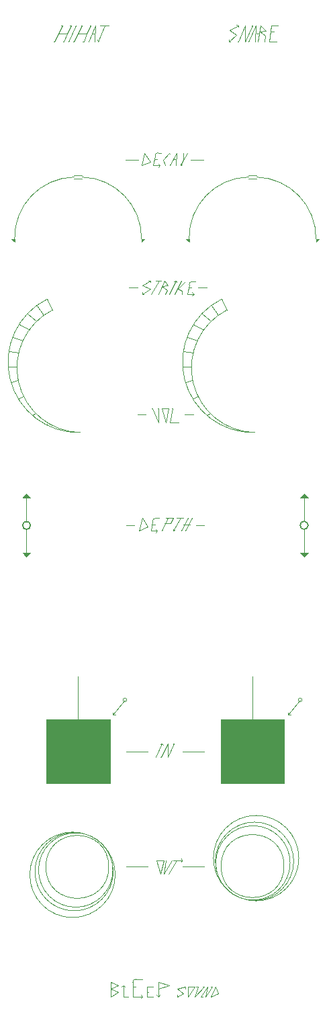
<source format=gto>
G04 #@! TF.GenerationSoftware,KiCad,Pcbnew,(6.0.1)*
G04 #@! TF.CreationDate,2022-02-07T18:00:08+01:00*
G04 #@! TF.ProjectId,Snare+Hihat,536e6172-652b-4486-9968-61742e6b6963,rev?*
G04 #@! TF.SameCoordinates,Original*
G04 #@! TF.FileFunction,Legend,Top*
G04 #@! TF.FilePolarity,Positive*
%FSLAX46Y46*%
G04 Gerber Fmt 4.6, Leading zero omitted, Abs format (unit mm)*
G04 Created by KiCad (PCBNEW (6.0.1)) date 2022-02-07 18:00:08*
%MOMM*%
%LPD*%
G01*
G04 APERTURE LIST*
%ADD10C,0.120000*%
%ADD11C,0.100000*%
%ADD12C,0.150000*%
%ADD13O,6.700000X4.200000*%
G04 APERTURE END LIST*
D10*
X132200000Y-148000000D02*
X132200000Y-149400000D01*
X133400000Y-149400000D02*
X134600000Y-149400000D01*
X130600000Y-149400000D02*
X131600000Y-148800000D01*
X131600000Y-148800000D02*
X130600000Y-148400000D01*
X132200000Y-149400000D02*
X132800000Y-149400000D01*
X133800000Y-147200000D02*
X134600000Y-147200000D01*
X135200000Y-149400000D02*
X136000000Y-149400000D01*
X136600000Y-147600000D02*
X138000000Y-148000000D01*
X133400000Y-147600000D02*
X133400000Y-149400000D01*
X133400000Y-148200000D02*
X133800000Y-148200000D01*
X135200000Y-148200000D02*
X135200000Y-149400000D01*
X136400000Y-149200000D02*
X136600000Y-149400000D01*
X135200000Y-148200000D02*
X136000000Y-148200000D01*
X136600000Y-149400000D02*
X136600000Y-149200000D01*
X136600000Y-147600000D02*
X136600000Y-149400000D01*
X138000000Y-148000000D02*
X136600000Y-148400000D01*
X135200000Y-148800000D02*
X135400000Y-148800000D01*
X130600000Y-148400000D02*
X131600000Y-148000000D01*
X136600000Y-149400000D02*
X136800000Y-149200000D01*
X130600000Y-147600000D02*
X130600000Y-149400000D01*
X131600000Y-148000000D02*
X130600000Y-147600000D01*
X143400000Y-148200000D02*
X143200000Y-148200000D01*
X139000000Y-149400000D02*
X139000000Y-149200000D01*
X140400000Y-148200000D02*
X140400000Y-149400000D01*
X141600000Y-148200000D02*
X141200000Y-149400000D01*
X141200000Y-149400000D02*
X142400000Y-148200000D01*
X143800000Y-148200000D02*
X143200000Y-149400000D01*
X143800000Y-148200000D02*
X144200000Y-149000000D01*
X140000000Y-148200000D02*
X140000000Y-148400000D01*
X132200000Y-148000000D02*
X132000000Y-148200000D01*
X132200000Y-148000000D02*
X132400000Y-148200000D01*
X142800000Y-148200000D02*
X142600000Y-149400000D01*
X133800000Y-147200000D02*
G75*
G03*
X133400000Y-147600000I-1J-399999D01*
G01*
X139800000Y-149000000D02*
X139000000Y-149400000D01*
X134600000Y-149400000D02*
X134400000Y-149200000D01*
X134600000Y-149400000D02*
X134400000Y-149600000D01*
X139000000Y-148400000D02*
X139800000Y-149000000D01*
X141200000Y-148200000D02*
X140400000Y-148200000D01*
X142600000Y-149400000D02*
X143400000Y-148200000D01*
X142800000Y-148200000D02*
X142000000Y-149400000D01*
X141600000Y-148200000D02*
X141400000Y-148200000D01*
X142000000Y-149400000D02*
X142200000Y-149400000D01*
X142400000Y-148200000D02*
X142200000Y-148200000D01*
X140400000Y-149400000D02*
X141200000Y-148200000D01*
X143200000Y-149400000D02*
X144200000Y-149000000D01*
X140000000Y-148200000D02*
X139000000Y-148400000D01*
X148500000Y-115250000D02*
X148500000Y-109000000D01*
X126500000Y-115250000D02*
X126500000Y-109000000D01*
X125100000Y-28000000D02*
X124700000Y-29000000D01*
X124700000Y-29000000D02*
X124600000Y-29000000D01*
X128700000Y-27000000D02*
X128600000Y-29000000D01*
X129900000Y-27000000D02*
X129000000Y-29000000D01*
X127000000Y-27000000D02*
X126000000Y-29000000D01*
X126500000Y-28000000D02*
X127600000Y-28000000D01*
X126000000Y-29000000D02*
X125900000Y-29000000D01*
X129900000Y-27000000D02*
X130400000Y-27000000D01*
X124500000Y-27000000D02*
X123500000Y-29000000D01*
X125600000Y-27000000D02*
X125500000Y-27000000D01*
X127600000Y-28000000D02*
X127200000Y-29000000D01*
X124000000Y-28000000D02*
X125100000Y-28000000D01*
X124500000Y-27000000D02*
X124400000Y-27000000D01*
X128100000Y-27000000D02*
X128000000Y-27000000D01*
X127200000Y-29000000D02*
X127100000Y-29000000D01*
X127000000Y-27000000D02*
X126900000Y-27000000D01*
X123500000Y-29000000D02*
X123400000Y-29000000D01*
X125100000Y-28000000D02*
X125600000Y-27000000D01*
X127600000Y-28000000D02*
X128100000Y-27000000D01*
X128700000Y-27000000D02*
X127800000Y-29000000D01*
X126200000Y-27000000D02*
X125300000Y-29000000D01*
X128600000Y-28000000D02*
X128300000Y-28000000D01*
X129900000Y-27000000D02*
X129300000Y-27000000D01*
X129000000Y-29000000D02*
X129200000Y-28900000D01*
X129000000Y-29000000D02*
X128900000Y-28800000D01*
X149300000Y-28000000D02*
X149000000Y-28000000D01*
X145500000Y-29000000D02*
X145700000Y-29000000D01*
X148900000Y-27000000D02*
X148800000Y-29000000D01*
X146500000Y-28200000D02*
X145500000Y-29000000D01*
X146700000Y-27000000D02*
X145600000Y-27600000D01*
X148500000Y-27000000D02*
X147600000Y-29000000D01*
X147600000Y-27000000D02*
X147600000Y-29000000D01*
X149500000Y-27000000D02*
X149200000Y-29000000D01*
X148900000Y-27000000D02*
X148000000Y-29000000D01*
X150600000Y-29000000D02*
X150900000Y-27000000D01*
X149400000Y-27800000D02*
X150100000Y-28300000D01*
X150600000Y-29000000D02*
X151500000Y-29000000D01*
X145500000Y-29000000D02*
X145500000Y-28800000D01*
X145600000Y-27600000D02*
X146500000Y-28200000D01*
X146700000Y-27000000D02*
X146700000Y-27200000D01*
X148500000Y-27000000D02*
X148400000Y-27000000D01*
X146700000Y-27000000D02*
X146500000Y-26900000D01*
X150900000Y-27000000D02*
X151700000Y-27000000D01*
X149500000Y-27000000D02*
X150200000Y-27700000D01*
X150100000Y-28300000D02*
X150000000Y-29000000D01*
X150800000Y-27800000D02*
X151200000Y-27800000D01*
X150200000Y-27700000D02*
X149400000Y-27800000D01*
X147600000Y-27000000D02*
X146700000Y-29000000D01*
X146700000Y-29000000D02*
X146600000Y-29000000D01*
D11*
X152500000Y-122500000D02*
X144500000Y-122500000D01*
X144500000Y-122500000D02*
X144500000Y-114500000D01*
X144500000Y-114500000D02*
X152500000Y-114500000D01*
X152500000Y-114500000D02*
X152500000Y-122500000D01*
G36*
X152500000Y-122500000D02*
G01*
X144500000Y-122500000D01*
X144500000Y-114500000D01*
X152500000Y-114500000D01*
X152500000Y-122500000D01*
G37*
X152500000Y-122500000D02*
X144500000Y-122500000D01*
X144500000Y-114500000D01*
X152500000Y-114500000D01*
X152500000Y-122500000D01*
D10*
X138500000Y-132200000D02*
X139200000Y-132200000D01*
X136900000Y-133900000D02*
X136400000Y-132200000D01*
X136400000Y-132200000D02*
X137300000Y-132200000D01*
X137600000Y-132200000D02*
X137300000Y-133900000D01*
X137300000Y-133900000D02*
X138300000Y-132200000D01*
X137300000Y-132200000D02*
X136900000Y-133900000D01*
X138900000Y-132200000D02*
X137900000Y-133900000D01*
X130886150Y-133450000D02*
G75*
G03*
X130886150Y-133450000I-4686150J0D01*
G01*
X130369887Y-133050000D02*
G75*
G03*
X130369887Y-133050000I-3969887J0D01*
G01*
X131185165Y-134050000D02*
G75*
G03*
X131185165Y-134050000I-5385165J0D01*
G01*
X130939636Y-133650000D02*
G75*
G03*
X130939636Y-133650000I-4939636J0D01*
G01*
X154335165Y-131950000D02*
G75*
G03*
X154335165Y-131950000I-5385165J0D01*
G01*
X153689636Y-132350000D02*
G75*
G03*
X153689636Y-132350000I-4939636J0D01*
G01*
X153236150Y-132550000D02*
G75*
G03*
X153236150Y-132550000I-4686150J0D01*
G01*
X152469887Y-132950000D02*
G75*
G03*
X152469887Y-132950000I-3969887J0D01*
G01*
X154750000Y-112000000D02*
G75*
G03*
X154750000Y-112000000I-250000J0D01*
G01*
X154500000Y-112000000D02*
X153000000Y-113900000D01*
X153000000Y-113900000D02*
X153300000Y-113900000D01*
X153000000Y-113900000D02*
X153000000Y-113600000D01*
X137100000Y-117500000D02*
X136900000Y-117600000D01*
X137000000Y-119200000D02*
X137800000Y-117500000D01*
X137000000Y-119200000D02*
X136900000Y-119200000D01*
X137800000Y-117500000D02*
X137800000Y-119200000D01*
X137100000Y-117500000D02*
X137200000Y-117700000D01*
X137800000Y-119200000D02*
X138600000Y-117500000D01*
X136300000Y-119200000D02*
X137100000Y-117500000D01*
X138600000Y-117500000D02*
X138500000Y-117500000D01*
X126000000Y-46100000D02*
G75*
G03*
X118500000Y-53900000I150000J-7650000D01*
G01*
X126000000Y-45900000D02*
X127000000Y-45900000D01*
X126000000Y-46300000D02*
X127000000Y-46300000D01*
X135300000Y-118500000D02*
X132600000Y-118500000D01*
X155000000Y-90500000D02*
X155000000Y-93500000D01*
D11*
X120000000Y-94000000D02*
X119500000Y-93500000D01*
X119500000Y-93500000D02*
X120500000Y-93500000D01*
X120500000Y-93500000D02*
X120000000Y-94000000D01*
G36*
X120000000Y-94000000D02*
G01*
X119500000Y-93500000D01*
X120500000Y-93500000D01*
X120000000Y-94000000D01*
G37*
X120000000Y-94000000D02*
X119500000Y-93500000D01*
X120500000Y-93500000D01*
X120000000Y-94000000D01*
D12*
X120500000Y-90000000D02*
G75*
G03*
X120500000Y-90000000I-500000J0D01*
G01*
D10*
X120000000Y-90500000D02*
X120000000Y-93500000D01*
X120000000Y-89500000D02*
X120000000Y-86500000D01*
D11*
X120500000Y-86500000D02*
X119500000Y-86500000D01*
X119500000Y-86500000D02*
X120000000Y-86000000D01*
X120000000Y-86000000D02*
X120500000Y-86500000D01*
G36*
X120500000Y-86500000D02*
G01*
X119500000Y-86500000D01*
X120000000Y-86000000D01*
X120500000Y-86500000D01*
G37*
X120500000Y-86500000D02*
X119500000Y-86500000D01*
X120000000Y-86000000D01*
X120500000Y-86500000D01*
D10*
X140400000Y-89100000D02*
X139500000Y-90700000D01*
X140900000Y-89100000D02*
X140000000Y-90700000D01*
X134600000Y-89100000D02*
X134200000Y-90700000D01*
X138500000Y-90700000D02*
X138700000Y-90600000D01*
X135700000Y-90700000D02*
X136400000Y-90700000D01*
X135900000Y-89900000D02*
X136200000Y-89900000D01*
X139800000Y-89900000D02*
X140600000Y-89900000D01*
X135300000Y-90200000D02*
X134600000Y-89100000D01*
X138500000Y-89100000D02*
X138200000Y-89700000D01*
X138500000Y-90700000D02*
X138500000Y-90500000D01*
X139400000Y-89100000D02*
X138500000Y-90700000D01*
X138200000Y-89700000D02*
X137400000Y-89700000D01*
X135900000Y-89500000D02*
X135700000Y-90700000D01*
X136300000Y-89100000D02*
G75*
G03*
X135900000Y-89500000I-1J-399999D01*
G01*
X136300000Y-89100000D02*
X136700000Y-89100000D01*
X136500000Y-90700000D02*
X136300000Y-90500000D01*
X136500000Y-90700000D02*
X136300000Y-90900000D01*
X138900000Y-89100000D02*
X139800000Y-89100000D01*
X137800000Y-89100000D02*
X137100000Y-90700000D01*
X134200000Y-90700000D02*
X135300000Y-90200000D01*
X137600000Y-89100000D02*
X138500000Y-89100000D01*
X133600000Y-90000000D02*
X132600000Y-90000000D01*
X141400000Y-90000000D02*
X142400000Y-90000000D01*
X135600000Y-59150000D02*
X134600000Y-59750000D01*
X119554967Y-66686834D02*
X118300000Y-66300000D01*
X139600000Y-132200000D02*
X139500000Y-132400000D01*
X140800000Y-70000000D02*
X139700000Y-70000000D01*
X138700000Y-60850000D02*
X139500000Y-59150000D01*
D11*
X155500000Y-86500000D02*
X154500000Y-86500000D01*
X154500000Y-86500000D02*
X155000000Y-86000000D01*
X155000000Y-86000000D02*
X155500000Y-86500000D01*
G36*
X155500000Y-86500000D02*
G01*
X154500000Y-86500000D01*
X155000000Y-86000000D01*
X155500000Y-86500000D01*
G37*
X155500000Y-86500000D02*
X154500000Y-86500000D01*
X155000000Y-86000000D01*
X155500000Y-86500000D01*
D10*
X138000000Y-43050000D02*
X137200000Y-43950000D01*
X135600000Y-60150000D02*
X134600000Y-60850000D01*
X136650000Y-75300000D02*
X136550000Y-75300000D01*
X118800000Y-70000000D02*
X117700000Y-70000000D01*
X136600000Y-43050000D02*
X137000000Y-43050000D01*
X138900000Y-43050000D02*
X138100000Y-44650000D01*
X122604967Y-61486834D02*
G75*
G03*
X126800000Y-78300000I3929148J-7949575D01*
G01*
D11*
X130500000Y-122500000D02*
X122500000Y-122500000D01*
X122500000Y-122500000D02*
X122500000Y-114500000D01*
X122500000Y-114500000D02*
X130500000Y-114500000D01*
X130500000Y-114500000D02*
X130500000Y-122500000D01*
G36*
X130500000Y-122500000D02*
G01*
X122500000Y-122500000D01*
X122500000Y-114500000D01*
X130500000Y-114500000D01*
X130500000Y-122500000D01*
G37*
X130500000Y-122500000D02*
X122500000Y-122500000D01*
X122500000Y-114500000D01*
X130500000Y-114500000D01*
X130500000Y-122500000D01*
D10*
X140900000Y-59250000D02*
X141300000Y-59250000D01*
X138000000Y-60850000D02*
X138800000Y-59150000D01*
X140900000Y-59250000D02*
G75*
G03*
X140500000Y-59650000I-1J-399999D01*
G01*
X142350000Y-65350000D02*
X141074967Y-64666834D01*
X139600000Y-60450000D02*
X139600000Y-60850000D01*
X138050000Y-77000000D02*
X139150000Y-77000000D01*
X137050000Y-75300000D02*
X137950000Y-75300000D01*
X148000000Y-46300000D02*
X149000000Y-46300000D01*
X141600000Y-73700000D02*
X141000000Y-74000000D01*
X130900000Y-113900000D02*
X130900000Y-113600000D01*
X136200000Y-43850000D02*
X136500000Y-43850000D01*
X140100000Y-53900000D02*
X140500000Y-53900000D01*
X140500000Y-53900000D02*
X140500000Y-54300000D01*
X140500000Y-54300000D02*
X140100000Y-53900000D01*
G36*
X140500000Y-54300000D02*
G01*
X140100000Y-53900000D01*
X140500000Y-53900000D01*
X140500000Y-54300000D01*
G37*
X140500000Y-54300000D02*
X140100000Y-53900000D01*
X140500000Y-53900000D01*
X140500000Y-54300000D01*
X135600000Y-44150000D02*
X134900000Y-43050000D01*
X134600000Y-59750000D02*
X135600000Y-60150000D01*
X134600000Y-60850000D02*
X134600000Y-60650000D01*
X137400000Y-59150000D02*
X137800000Y-59750000D01*
X148000000Y-45900000D02*
X149000000Y-45900000D01*
X139800000Y-43950000D02*
X139400000Y-44650000D01*
X139700000Y-118500000D02*
X142400000Y-118500000D01*
X138800000Y-43850000D02*
X138500000Y-43850000D01*
X134900000Y-43050000D02*
X134500000Y-44650000D01*
X123270000Y-62860000D02*
G75*
G03*
X126800000Y-78300000I3680852J-7281985D01*
G01*
D11*
X155000000Y-94000000D02*
X154500000Y-93500000D01*
X154500000Y-93500000D02*
X155500000Y-93500000D01*
X155500000Y-93500000D02*
X155000000Y-94000000D01*
G36*
X155000000Y-94000000D02*
G01*
X154500000Y-93500000D01*
X155500000Y-93500000D01*
X155000000Y-94000000D01*
G37*
X155000000Y-94000000D02*
X154500000Y-93500000D01*
X155500000Y-93500000D01*
X155000000Y-94000000D01*
D10*
X134100000Y-43950000D02*
X132500000Y-43950000D01*
X118900000Y-71700000D02*
X118100000Y-72000000D01*
X156500000Y-54300000D02*
X156500000Y-53900000D01*
X156500000Y-53900000D02*
X156900000Y-53900000D01*
X156900000Y-53900000D02*
X156500000Y-54300000D01*
G36*
X156500000Y-54300000D02*
G01*
X156500000Y-53900000D01*
X156900000Y-53900000D01*
X156500000Y-54300000D01*
G37*
X156500000Y-54300000D02*
X156500000Y-53900000D01*
X156900000Y-53900000D01*
X156500000Y-54300000D01*
X123270000Y-62860000D02*
X122604967Y-61486834D01*
X136800000Y-44650000D02*
X136600000Y-44850000D01*
D12*
X155500000Y-90000000D02*
G75*
G03*
X155500000Y-90000000I-500000J0D01*
G01*
D10*
X139800000Y-43950000D02*
X139800000Y-43050000D01*
X134500000Y-54300000D02*
X134500000Y-53900000D01*
X134500000Y-53900000D02*
X134900000Y-53900000D01*
X134900000Y-53900000D02*
X134500000Y-54300000D01*
G36*
X134500000Y-54300000D02*
G01*
X134500000Y-53900000D01*
X134900000Y-53900000D01*
X134500000Y-54300000D01*
G37*
X134500000Y-54300000D02*
X134500000Y-53900000D01*
X134900000Y-53900000D01*
X134500000Y-54300000D01*
X140500000Y-60050000D02*
X140800000Y-60050000D01*
X139600000Y-132200000D02*
X139500000Y-132000000D01*
X138450000Y-75300000D02*
X138050000Y-77000000D01*
X144604967Y-61486834D02*
G75*
G03*
X148800000Y-78300000I3929148J-7949575D01*
G01*
X137200000Y-43950000D02*
X137500000Y-44650000D01*
X136200000Y-43450000D02*
X136000000Y-44650000D01*
X145270000Y-62860000D02*
X144604967Y-61486834D01*
X145270000Y-62860000D02*
G75*
G03*
X148800000Y-78300000I3680852J-7281985D01*
G01*
X137500000Y-44650000D02*
X137600000Y-44550000D01*
X156500000Y-53900000D02*
G75*
G03*
X149000000Y-46100000I-7702650J99375D01*
G01*
X136700000Y-59150000D02*
X135700000Y-60850000D01*
X140900000Y-71700000D02*
X140100000Y-72000000D01*
X138900000Y-43050000D02*
X138800000Y-44650000D01*
X132400000Y-112000000D02*
X130900000Y-113900000D01*
X135850000Y-75300000D02*
X136650000Y-77000000D01*
X135300000Y-133000000D02*
X132600000Y-133000000D01*
X139800000Y-43950000D02*
X140300000Y-43050000D01*
X139400000Y-44650000D02*
X139600000Y-44550000D01*
X138800000Y-59150000D02*
X138600000Y-59250000D01*
X136650000Y-77000000D02*
X136650000Y-75300000D01*
X137800000Y-59750000D02*
X137100000Y-59850000D01*
X137550000Y-77000000D02*
X137050000Y-75300000D01*
X118100000Y-53900000D02*
X118500000Y-53900000D01*
X118500000Y-53900000D02*
X118500000Y-54300000D01*
X118500000Y-54300000D02*
X118100000Y-53900000D01*
G36*
X118500000Y-54300000D02*
G01*
X118100000Y-53900000D01*
X118500000Y-53900000D01*
X118500000Y-54300000D01*
G37*
X118500000Y-54300000D02*
X118100000Y-53900000D01*
X118500000Y-53900000D01*
X118500000Y-54300000D01*
X120350000Y-65350000D02*
X119074967Y-64666834D01*
X140700000Y-43950000D02*
X142300000Y-43950000D01*
X138800000Y-59150000D02*
X138900000Y-59350000D01*
X138450000Y-75300000D02*
X138350000Y-75300000D01*
X139100000Y-60150000D02*
X139600000Y-60450000D01*
X137400000Y-59150000D02*
X136600000Y-60850000D01*
X138000000Y-43050000D02*
X138100000Y-43150000D01*
X122194967Y-63516834D02*
X121300000Y-62300000D01*
X136000000Y-44650000D02*
X136700000Y-44650000D01*
X141000000Y-68200000D02*
X139800000Y-68100000D01*
X134000000Y-60050000D02*
X132900000Y-60050000D01*
X136800000Y-44650000D02*
X136600000Y-44450000D01*
X148000000Y-46100000D02*
G75*
G03*
X140500000Y-53900000I150000J-7650000D01*
G01*
X139700000Y-133000000D02*
X142400000Y-133000000D01*
X119000000Y-68200000D02*
X117800000Y-68100000D01*
X134500000Y-44650000D02*
X135600000Y-44150000D01*
X139200000Y-132200000D02*
X139600000Y-132200000D01*
X144194967Y-63516834D02*
X143300000Y-62300000D01*
X140500000Y-59650000D02*
X140300000Y-60850000D01*
X134600000Y-60850000D02*
X134800000Y-60850000D01*
X139400000Y-44650000D02*
X139400000Y-44450000D01*
X141100000Y-60850000D02*
X140900000Y-60650000D01*
X137700000Y-60350000D02*
X137500000Y-60850000D01*
X121264967Y-64276834D02*
X120134967Y-63336834D01*
X140300000Y-60850000D02*
X141000000Y-60850000D01*
X139100000Y-60150000D02*
X140000000Y-59250000D01*
X137100000Y-59850000D02*
X137700000Y-60350000D01*
X143264967Y-64276834D02*
X142134967Y-63336834D01*
X142700000Y-76100000D02*
X143100000Y-75900000D01*
X130900000Y-113900000D02*
X131200000Y-113900000D01*
X132650000Y-112000000D02*
G75*
G03*
X132650000Y-112000000I-250000J0D01*
G01*
X137950000Y-75300000D02*
X137550000Y-77000000D01*
X135850000Y-75300000D02*
X135750000Y-75300000D01*
X139950000Y-76000000D02*
X141000000Y-76000000D01*
X141600000Y-60050000D02*
X142700000Y-60050000D01*
X136300000Y-59150000D02*
X137000000Y-59150000D01*
X135600000Y-59150000D02*
X135400000Y-59150000D01*
X135050000Y-76000000D02*
X134000000Y-76000000D01*
X122500000Y-77300000D02*
X122700000Y-77100000D01*
X141100000Y-60850000D02*
X140900000Y-61050000D01*
X120700000Y-76100000D02*
X121100000Y-75900000D01*
X134500000Y-53900000D02*
G75*
G03*
X127000000Y-46100000I-7702650J99375D01*
G01*
X155000000Y-89500000D02*
X155000000Y-86500000D01*
X136600000Y-43050000D02*
G75*
G03*
X136200000Y-43450000I-1J-399999D01*
G01*
X144500000Y-77300000D02*
X144700000Y-77100000D01*
X141554967Y-66686834D02*
X140300000Y-66300000D01*
X135600000Y-59150000D02*
X135600000Y-59350000D01*
X119600000Y-73700000D02*
X119000000Y-74000000D01*
%LPC*%
D11*
X124000000Y-104000000D02*
X129000000Y-104000000D01*
X129000000Y-104000000D02*
X129000000Y-109000000D01*
X129000000Y-109000000D02*
X124000000Y-109000000D01*
X124000000Y-109000000D02*
X124000000Y-104000000D01*
G36*
X129000000Y-109000000D02*
G01*
X124000000Y-109000000D01*
X124000000Y-104000000D01*
X129000000Y-104000000D01*
X129000000Y-109000000D01*
G37*
X129000000Y-109000000D02*
X124000000Y-109000000D01*
X124000000Y-104000000D01*
X129000000Y-104000000D01*
X129000000Y-109000000D01*
X146000000Y-104000000D02*
X151000000Y-104000000D01*
X151000000Y-104000000D02*
X151000000Y-109000000D01*
X151000000Y-109000000D02*
X146000000Y-109000000D01*
X146000000Y-109000000D02*
X146000000Y-104000000D01*
G36*
X151000000Y-109000000D02*
G01*
X146000000Y-109000000D01*
X146000000Y-104000000D01*
X151000000Y-104000000D01*
X151000000Y-109000000D01*
G37*
X151000000Y-109000000D02*
X146000000Y-109000000D01*
X146000000Y-104000000D01*
X151000000Y-104000000D01*
X151000000Y-109000000D01*
D13*
X150000000Y-149500000D03*
X124500000Y-22500000D03*
X150000000Y-22500000D03*
X125000000Y-149500000D03*
M02*

</source>
